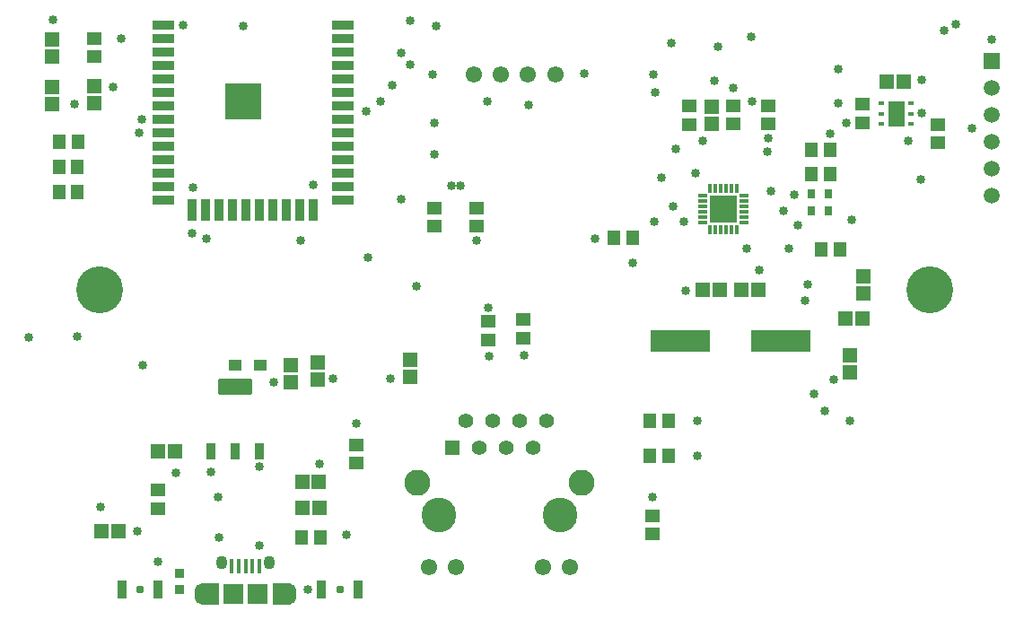
<source format=gts>
G04*
G04 #@! TF.GenerationSoftware,Altium Limited,Altium Designer,19.1.5 (86)*
G04*
G04 Layer_Color=8388736*
%FSLAX25Y25*%
%MOIN*%
G70*
G01*
G75*
%ADD17R,0.05592X0.05198*%
%ADD18R,0.04608X0.05395*%
%ADD19R,0.03230X0.06773*%
%ADD20R,0.03230X0.03230*%
G04:AMPARAMS|DCode=21|XSize=36.24mil|YSize=57.89mil|CornerRadius=2.35mil|HoleSize=0mil|Usage=FLASHONLY|Rotation=180.000|XOffset=0mil|YOffset=0mil|HoleType=Round|Shape=RoundedRectangle|*
%AMROUNDEDRECTD21*
21,1,0.03624,0.05319,0,0,180.0*
21,1,0.03154,0.05789,0,0,180.0*
1,1,0.00470,-0.01577,0.02659*
1,1,0.00470,0.01577,0.02659*
1,1,0.00470,0.01577,-0.02659*
1,1,0.00470,-0.01577,-0.02659*
%
%ADD21ROUNDEDRECTD21*%
G04:AMPARAMS|DCode=22|XSize=124.82mil|YSize=57.89mil|CornerRadius=2.4mil|HoleSize=0mil|Usage=FLASHONLY|Rotation=180.000|XOffset=0mil|YOffset=0mil|HoleType=Round|Shape=RoundedRectangle|*
%AMROUNDEDRECTD22*
21,1,0.12482,0.05309,0,0,180.0*
21,1,0.12002,0.05789,0,0,180.0*
1,1,0.00480,-0.06001,0.02655*
1,1,0.00480,0.06001,0.02655*
1,1,0.00480,0.06001,-0.02655*
1,1,0.00480,-0.06001,-0.02655*
%
%ADD22ROUNDEDRECTD22*%
%ADD23R,0.04608X0.04017*%
%ADD24R,0.10093X0.10093*%
G04:AMPARAMS|DCode=25|XSize=36.36mil|YSize=12.74mil|CornerRadius=1.61mil|HoleSize=0mil|Usage=FLASHONLY|Rotation=90.000|XOffset=0mil|YOffset=0mil|HoleType=Round|Shape=RoundedRectangle|*
%AMROUNDEDRECTD25*
21,1,0.03636,0.00952,0,0,90.0*
21,1,0.03314,0.01274,0,0,90.0*
1,1,0.00322,0.00476,0.01657*
1,1,0.00322,0.00476,-0.01657*
1,1,0.00322,-0.00476,-0.01657*
1,1,0.00322,-0.00476,0.01657*
%
%ADD25ROUNDEDRECTD25*%
G04:AMPARAMS|DCode=26|XSize=36.36mil|YSize=12.74mil|CornerRadius=1.61mil|HoleSize=0mil|Usage=FLASHONLY|Rotation=180.000|XOffset=0mil|YOffset=0mil|HoleType=Round|Shape=RoundedRectangle|*
%AMROUNDEDRECTD26*
21,1,0.03636,0.00952,0,0,180.0*
21,1,0.03314,0.01274,0,0,180.0*
1,1,0.00322,-0.01657,0.00476*
1,1,0.00322,0.01657,0.00476*
1,1,0.00322,0.01657,-0.00476*
1,1,0.00322,-0.01657,-0.00476*
%
%ADD26ROUNDEDRECTD26*%
%ADD27R,0.05395X0.04608*%
%ADD28R,0.05198X0.05592*%
%ADD29R,0.22128X0.08348*%
%ADD30R,0.02639X0.03427*%
%ADD31R,0.02443X0.01655*%
%ADD32R,0.05986X0.09529*%
%ADD33R,0.07954X0.03624*%
%ADD34R,0.03624X0.07954*%
%ADD35R,0.13191X0.13191*%
%ADD36R,0.01655X0.05395*%
%ADD37R,0.07167X0.07561*%
%ADD38R,0.07001X0.08280*%
%ADD39R,0.07001X0.08280*%
%ADD40C,0.03033*%
%ADD41C,0.05986*%
%ADD42R,0.05986X0.05986*%
%ADD43C,0.12876*%
%ADD44C,0.09706*%
%ADD45C,0.06104*%
%ADD46C,0.05584*%
%ADD47R,0.05584X0.05584*%
%ADD48C,0.17403*%
%ADD49O,0.04214X0.05002*%
%ADD50O,0.04805X0.07561*%
%ADD51C,0.03356*%
D17*
X21500Y194500D02*
D03*
Y188201D02*
D03*
X37000Y194650D02*
D03*
Y188350D02*
D03*
X21500Y205850D02*
D03*
Y212150D02*
D03*
X322600Y123950D02*
D03*
Y117650D02*
D03*
X317700Y94650D02*
D03*
Y88350D02*
D03*
X154500Y93150D02*
D03*
Y86850D02*
D03*
X110000Y91150D02*
D03*
Y84850D02*
D03*
X120000Y92150D02*
D03*
Y85850D02*
D03*
X266500Y187150D02*
D03*
Y180850D02*
D03*
D18*
X24008Y174100D02*
D03*
X30898D02*
D03*
X23908Y164600D02*
D03*
X30798D02*
D03*
X23908Y155500D02*
D03*
X30798D02*
D03*
X243555Y70500D02*
D03*
X250445D02*
D03*
X243555Y57500D02*
D03*
X250445D02*
D03*
X313945Y134000D02*
D03*
X307055D02*
D03*
X303555Y162000D02*
D03*
X310445D02*
D03*
X303500Y171000D02*
D03*
X310390D02*
D03*
X230055Y138500D02*
D03*
X236945D02*
D03*
X114034Y27184D02*
D03*
X120924D02*
D03*
D19*
X60641Y7874D02*
D03*
X47255D02*
D03*
X134941D02*
D03*
X121555D02*
D03*
D20*
X68602Y7874D02*
D03*
Y13780D02*
D03*
D21*
X80445Y58894D02*
D03*
X89500D02*
D03*
X98555D02*
D03*
D22*
X89500Y83106D02*
D03*
D23*
X98626Y91000D02*
D03*
X89374D02*
D03*
D24*
X270800Y149000D02*
D03*
D25*
X265879Y156618D02*
D03*
X267847D02*
D03*
X269816D02*
D03*
X271784D02*
D03*
X273753D02*
D03*
X275721D02*
D03*
Y141382D02*
D03*
X273753D02*
D03*
X271784D02*
D03*
X269816D02*
D03*
X267847D02*
D03*
X265879D02*
D03*
D26*
X263182Y144079D02*
D03*
Y146047D02*
D03*
Y148016D02*
D03*
Y149984D02*
D03*
Y151953D02*
D03*
Y153921D02*
D03*
X278418D02*
D03*
Y151953D02*
D03*
Y149984D02*
D03*
Y148016D02*
D03*
Y146047D02*
D03*
Y144079D02*
D03*
D27*
X37000Y212445D02*
D03*
Y205555D02*
D03*
X350500Y180445D02*
D03*
Y173555D02*
D03*
X322500Y181055D02*
D03*
Y187945D02*
D03*
X244500Y28288D02*
D03*
Y35178D02*
D03*
X287500Y180555D02*
D03*
Y187445D02*
D03*
X274500D02*
D03*
Y180555D02*
D03*
X179000Y142555D02*
D03*
Y149445D02*
D03*
X163500Y142555D02*
D03*
Y149445D02*
D03*
X196500Y107945D02*
D03*
Y101055D02*
D03*
X134500Y54555D02*
D03*
Y61445D02*
D03*
X60600Y44745D02*
D03*
Y37855D02*
D03*
X183500Y107390D02*
D03*
Y100500D02*
D03*
X258000Y180500D02*
D03*
Y187390D02*
D03*
D28*
X114229Y47684D02*
D03*
X120528D02*
D03*
X114329Y37884D02*
D03*
X120628D02*
D03*
X337650Y196500D02*
D03*
X331350D02*
D03*
X316201Y108500D02*
D03*
X322500D02*
D03*
X60850Y59000D02*
D03*
X67150D02*
D03*
X46150Y29500D02*
D03*
X39850D02*
D03*
X263201Y118900D02*
D03*
X269500D02*
D03*
X283650Y119000D02*
D03*
X277350D02*
D03*
D29*
X292201Y99900D02*
D03*
X254799D02*
D03*
D30*
X303252Y148449D02*
D03*
Y154551D02*
D03*
X309748Y148449D02*
D03*
Y154551D02*
D03*
D31*
X329488Y180563D02*
D03*
Y184500D02*
D03*
Y188437D02*
D03*
X340512D02*
D03*
Y184500D02*
D03*
Y180563D02*
D03*
D32*
X335000Y184500D02*
D03*
D33*
X62571Y152500D02*
D03*
Y157500D02*
D03*
Y162500D02*
D03*
Y167500D02*
D03*
Y172500D02*
D03*
Y177500D02*
D03*
Y182500D02*
D03*
Y187500D02*
D03*
Y192500D02*
D03*
Y197500D02*
D03*
Y202500D02*
D03*
Y207500D02*
D03*
Y212500D02*
D03*
Y217500D02*
D03*
X129500Y152500D02*
D03*
Y157500D02*
D03*
Y162500D02*
D03*
Y167500D02*
D03*
Y172500D02*
D03*
Y177500D02*
D03*
Y182500D02*
D03*
Y187500D02*
D03*
Y192500D02*
D03*
Y197500D02*
D03*
Y202500D02*
D03*
Y207500D02*
D03*
Y212500D02*
D03*
Y217500D02*
D03*
D34*
X98535Y148563D02*
D03*
X103535D02*
D03*
X108535D02*
D03*
X113535D02*
D03*
X118535D02*
D03*
X93535D02*
D03*
X88535D02*
D03*
X83535D02*
D03*
X78535D02*
D03*
X73535D02*
D03*
D35*
X92429Y188925D02*
D03*
D36*
X95832Y16532D02*
D03*
X93273D02*
D03*
X98391D02*
D03*
X90714D02*
D03*
X88155D02*
D03*
D37*
X88746Y6000D02*
D03*
X97801D02*
D03*
D38*
X106610Y6000D02*
D03*
D39*
X79937Y6000D02*
D03*
D40*
X53948Y7874D02*
D03*
X128248D02*
D03*
D41*
X370472Y154016D02*
D03*
Y164016D02*
D03*
Y174016D02*
D03*
Y184016D02*
D03*
Y194016D02*
D03*
D42*
Y204016D02*
D03*
D43*
X165130Y35217D02*
D03*
X210130D02*
D03*
D44*
X218122Y47225D02*
D03*
X157138D02*
D03*
D45*
X203713Y15926D02*
D03*
X213713D02*
D03*
X171547D02*
D03*
X161547D02*
D03*
X198130Y199114D02*
D03*
X187992Y199016D02*
D03*
X178150Y199114D02*
D03*
X208261Y199021D02*
D03*
D46*
X205110Y70217D02*
D03*
X200110Y60217D02*
D03*
X190110D02*
D03*
X185110Y70217D02*
D03*
X180110Y60217D02*
D03*
X175110Y70217D02*
D03*
X195110D02*
D03*
D47*
X170110Y60217D02*
D03*
D48*
X347400Y119000D02*
D03*
X39200Y118900D02*
D03*
D49*
X84513Y17811D02*
D03*
X102033D02*
D03*
D50*
X109710Y6000D02*
D03*
X76836D02*
D03*
D51*
X143405Y189200D02*
D03*
X183600Y94400D02*
D03*
X196600Y94800D02*
D03*
X147125Y85925D02*
D03*
X256000Y144400D02*
D03*
X245100Y144500D02*
D03*
X247864Y160764D02*
D03*
X252000Y150100D02*
D03*
X169557Y157700D02*
D03*
X172900D02*
D03*
X295000Y134500D02*
D03*
X288400Y155800D02*
D03*
X293000Y148500D02*
D03*
X268800Y209300D02*
D03*
X251300Y210800D02*
D03*
X164100Y217200D02*
D03*
X162700Y198900D02*
D03*
X363000Y179000D02*
D03*
X281500Y189000D02*
D03*
X281000Y213000D02*
D03*
X313500Y201000D02*
D03*
X244704Y199204D02*
D03*
X274500Y194000D02*
D03*
X287000Y170500D02*
D03*
X263000Y174500D02*
D03*
X260500Y162500D02*
D03*
X130600Y28200D02*
D03*
X78700Y138000D02*
D03*
X113800Y137400D02*
D03*
X118300Y158200D02*
D03*
X73600Y157200D02*
D03*
X156800Y120400D02*
D03*
X137900Y185500D02*
D03*
X138800Y131200D02*
D03*
X54823Y182500D02*
D03*
X163500Y181102D02*
D03*
X154535Y202563D02*
D03*
X53600Y177400D02*
D03*
X70079Y217520D02*
D03*
X73327Y139961D02*
D03*
X151035Y152563D02*
D03*
X47100Y212400D02*
D03*
X252953Y171260D02*
D03*
X21654Y219488D02*
D03*
X147638Y194882D02*
D03*
X311700Y85600D02*
D03*
X298500Y143000D02*
D03*
X279500Y134500D02*
D03*
X29724Y188091D02*
D03*
X55000Y90900D02*
D03*
X67421Y50886D02*
D03*
X80512Y51476D02*
D03*
X53051Y29331D02*
D03*
X98425Y24114D02*
D03*
X183071Y189075D02*
D03*
X198425Y187795D02*
D03*
X219193Y199311D02*
D03*
X284154Y126279D02*
D03*
X256693Y118799D02*
D03*
X267421Y196555D02*
D03*
X103839Y84842D02*
D03*
X223130Y137992D02*
D03*
X296949Y154232D02*
D03*
X344390Y184843D02*
D03*
X344291Y196949D02*
D03*
X370276Y212008D02*
D03*
X317618Y70374D02*
D03*
X261221D02*
D03*
Y57382D02*
D03*
X116308Y7776D02*
D03*
X120571Y54331D02*
D03*
X125689Y85925D02*
D03*
X92421Y217028D02*
D03*
X60728Y17913D02*
D03*
X357087Y217717D02*
D03*
X352756Y215354D02*
D03*
X12795Y101378D02*
D03*
X30709Y101575D02*
D03*
X344000Y160000D02*
D03*
X302000Y121000D02*
D03*
X301000Y115000D02*
D03*
X83000Y42000D02*
D03*
X151000Y207000D02*
D03*
X318500Y145000D02*
D03*
X308500Y74000D02*
D03*
X304500Y80500D02*
D03*
X313500Y188500D02*
D03*
X310500Y177000D02*
D03*
X316500Y181000D02*
D03*
X339500Y174500D02*
D03*
X154500Y219000D02*
D03*
X163500Y169500D02*
D03*
X245500Y192500D02*
D03*
X134500Y69500D02*
D03*
X244500Y42000D02*
D03*
X237000Y129000D02*
D03*
X179000Y137500D02*
D03*
X183500Y112500D02*
D03*
X287500Y175500D02*
D03*
X44000Y194500D02*
D03*
X39500Y38500D02*
D03*
X98500Y53500D02*
D03*
X83500Y27000D02*
D03*
M02*

</source>
